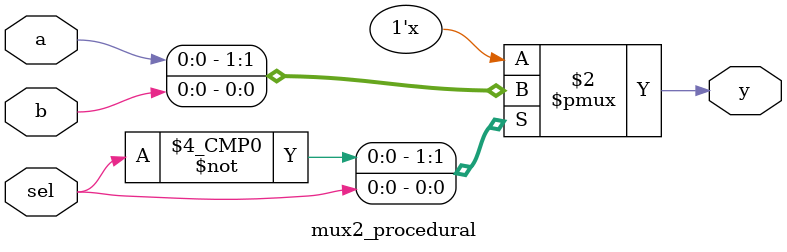
<source format=v>
module mux2_procedural(
    input  wire sel,
    input  wire a,
    input  wire b,
    output reg  y
);
always @* begin
    case (sel)
        1'b0: y = a;
        1'b1: y = b;
        default: y = 1'bx; // should never happen
    endcase
end
endmodule

</source>
